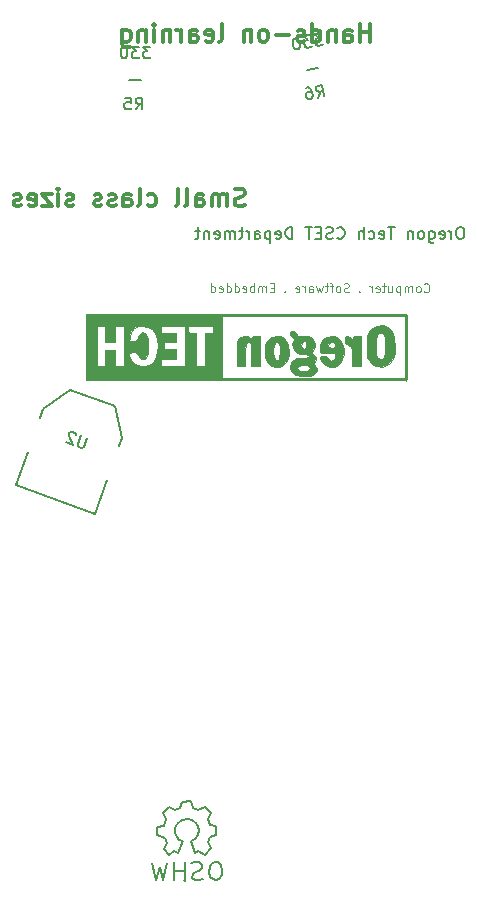
<source format=gbo>
G04 #@! TF.FileFunction,Legend,Bot*
%FSLAX46Y46*%
G04 Gerber Fmt 4.6, Leading zero omitted, Abs format (unit mm)*
G04 Created by KiCad (PCBNEW 0.201507042246+5884~23~ubuntu14.04.1-product) date Thu 09 Jul 2015 02:20:39 PM PDT*
%MOMM*%
G01*
G04 APERTURE LIST*
%ADD10C,0.150000*%
%ADD11C,0.125000*%
%ADD12C,0.187500*%
%ADD13C,0.375000*%
%ADD14C,0.254000*%
%ADD15C,0.002540*%
G04 APERTURE END LIST*
D10*
D11*
X230189969Y-95873457D02*
X230225683Y-95909171D01*
X230332826Y-95944886D01*
X230404255Y-95944886D01*
X230511398Y-95909171D01*
X230582826Y-95837743D01*
X230618541Y-95766314D01*
X230654255Y-95623457D01*
X230654255Y-95516314D01*
X230618541Y-95373457D01*
X230582826Y-95302029D01*
X230511398Y-95230600D01*
X230404255Y-95194886D01*
X230332826Y-95194886D01*
X230225683Y-95230600D01*
X230189969Y-95266314D01*
X229761398Y-95944886D02*
X229832826Y-95909171D01*
X229868541Y-95873457D01*
X229904255Y-95802029D01*
X229904255Y-95587743D01*
X229868541Y-95516314D01*
X229832826Y-95480600D01*
X229761398Y-95444886D01*
X229654255Y-95444886D01*
X229582826Y-95480600D01*
X229547112Y-95516314D01*
X229511398Y-95587743D01*
X229511398Y-95802029D01*
X229547112Y-95873457D01*
X229582826Y-95909171D01*
X229654255Y-95944886D01*
X229761398Y-95944886D01*
X229189970Y-95944886D02*
X229189970Y-95444886D01*
X229189970Y-95516314D02*
X229154255Y-95480600D01*
X229082827Y-95444886D01*
X228975684Y-95444886D01*
X228904255Y-95480600D01*
X228868541Y-95552029D01*
X228868541Y-95944886D01*
X228868541Y-95552029D02*
X228832827Y-95480600D01*
X228761398Y-95444886D01*
X228654255Y-95444886D01*
X228582827Y-95480600D01*
X228547112Y-95552029D01*
X228547112Y-95944886D01*
X228189970Y-95444886D02*
X228189970Y-96194886D01*
X228189970Y-95480600D02*
X228118541Y-95444886D01*
X227975684Y-95444886D01*
X227904255Y-95480600D01*
X227868541Y-95516314D01*
X227832827Y-95587743D01*
X227832827Y-95802029D01*
X227868541Y-95873457D01*
X227904255Y-95909171D01*
X227975684Y-95944886D01*
X228118541Y-95944886D01*
X228189970Y-95909171D01*
X227189970Y-95444886D02*
X227189970Y-95944886D01*
X227511399Y-95444886D02*
X227511399Y-95837743D01*
X227475684Y-95909171D01*
X227404256Y-95944886D01*
X227297113Y-95944886D01*
X227225684Y-95909171D01*
X227189970Y-95873457D01*
X226939970Y-95444886D02*
X226654256Y-95444886D01*
X226832828Y-95194886D02*
X226832828Y-95837743D01*
X226797113Y-95909171D01*
X226725685Y-95944886D01*
X226654256Y-95944886D01*
X226118542Y-95909171D02*
X226189971Y-95944886D01*
X226332828Y-95944886D01*
X226404257Y-95909171D01*
X226439971Y-95837743D01*
X226439971Y-95552029D01*
X226404257Y-95480600D01*
X226332828Y-95444886D01*
X226189971Y-95444886D01*
X226118542Y-95480600D01*
X226082828Y-95552029D01*
X226082828Y-95623457D01*
X226439971Y-95694886D01*
X225761400Y-95944886D02*
X225761400Y-95444886D01*
X225761400Y-95587743D02*
X225725685Y-95516314D01*
X225689971Y-95480600D01*
X225618542Y-95444886D01*
X225547114Y-95444886D01*
X224725685Y-95873457D02*
X224689970Y-95909171D01*
X224725685Y-95944886D01*
X224761399Y-95909171D01*
X224725685Y-95873457D01*
X224725685Y-95944886D01*
X223832827Y-95909171D02*
X223725684Y-95944886D01*
X223547113Y-95944886D01*
X223475684Y-95909171D01*
X223439970Y-95873457D01*
X223404255Y-95802029D01*
X223404255Y-95730600D01*
X223439970Y-95659171D01*
X223475684Y-95623457D01*
X223547113Y-95587743D01*
X223689970Y-95552029D01*
X223761398Y-95516314D01*
X223797113Y-95480600D01*
X223832827Y-95409171D01*
X223832827Y-95337743D01*
X223797113Y-95266314D01*
X223761398Y-95230600D01*
X223689970Y-95194886D01*
X223511398Y-95194886D01*
X223404255Y-95230600D01*
X222975684Y-95944886D02*
X223047112Y-95909171D01*
X223082827Y-95873457D01*
X223118541Y-95802029D01*
X223118541Y-95587743D01*
X223082827Y-95516314D01*
X223047112Y-95480600D01*
X222975684Y-95444886D01*
X222868541Y-95444886D01*
X222797112Y-95480600D01*
X222761398Y-95516314D01*
X222725684Y-95587743D01*
X222725684Y-95802029D01*
X222761398Y-95873457D01*
X222797112Y-95909171D01*
X222868541Y-95944886D01*
X222975684Y-95944886D01*
X222511398Y-95444886D02*
X222225684Y-95444886D01*
X222404256Y-95944886D02*
X222404256Y-95302029D01*
X222368541Y-95230600D01*
X222297113Y-95194886D01*
X222225684Y-95194886D01*
X222082827Y-95444886D02*
X221797113Y-95444886D01*
X221975685Y-95194886D02*
X221975685Y-95837743D01*
X221939970Y-95909171D01*
X221868542Y-95944886D01*
X221797113Y-95944886D01*
X221618542Y-95444886D02*
X221475685Y-95944886D01*
X221332828Y-95587743D01*
X221189971Y-95944886D01*
X221047114Y-95444886D01*
X220439971Y-95944886D02*
X220439971Y-95552029D01*
X220475685Y-95480600D01*
X220547114Y-95444886D01*
X220689971Y-95444886D01*
X220761400Y-95480600D01*
X220439971Y-95909171D02*
X220511400Y-95944886D01*
X220689971Y-95944886D01*
X220761400Y-95909171D01*
X220797114Y-95837743D01*
X220797114Y-95766314D01*
X220761400Y-95694886D01*
X220689971Y-95659171D01*
X220511400Y-95659171D01*
X220439971Y-95623457D01*
X220082829Y-95944886D02*
X220082829Y-95444886D01*
X220082829Y-95587743D02*
X220047114Y-95516314D01*
X220011400Y-95480600D01*
X219939971Y-95444886D01*
X219868543Y-95444886D01*
X219332828Y-95909171D02*
X219404257Y-95944886D01*
X219547114Y-95944886D01*
X219618543Y-95909171D01*
X219654257Y-95837743D01*
X219654257Y-95552029D01*
X219618543Y-95480600D01*
X219547114Y-95444886D01*
X219404257Y-95444886D01*
X219332828Y-95480600D01*
X219297114Y-95552029D01*
X219297114Y-95623457D01*
X219654257Y-95694886D01*
X218404257Y-95873457D02*
X218368542Y-95909171D01*
X218404257Y-95944886D01*
X218439971Y-95909171D01*
X218404257Y-95873457D01*
X218404257Y-95944886D01*
X217475685Y-95552029D02*
X217225685Y-95552029D01*
X217118542Y-95944886D02*
X217475685Y-95944886D01*
X217475685Y-95194886D01*
X217118542Y-95194886D01*
X216797114Y-95944886D02*
X216797114Y-95444886D01*
X216797114Y-95516314D02*
X216761399Y-95480600D01*
X216689971Y-95444886D01*
X216582828Y-95444886D01*
X216511399Y-95480600D01*
X216475685Y-95552029D01*
X216475685Y-95944886D01*
X216475685Y-95552029D02*
X216439971Y-95480600D01*
X216368542Y-95444886D01*
X216261399Y-95444886D01*
X216189971Y-95480600D01*
X216154256Y-95552029D01*
X216154256Y-95944886D01*
X215797114Y-95944886D02*
X215797114Y-95194886D01*
X215797114Y-95480600D02*
X215725685Y-95444886D01*
X215582828Y-95444886D01*
X215511399Y-95480600D01*
X215475685Y-95516314D01*
X215439971Y-95587743D01*
X215439971Y-95802029D01*
X215475685Y-95873457D01*
X215511399Y-95909171D01*
X215582828Y-95944886D01*
X215725685Y-95944886D01*
X215797114Y-95909171D01*
X214832828Y-95909171D02*
X214904257Y-95944886D01*
X215047114Y-95944886D01*
X215118543Y-95909171D01*
X215154257Y-95837743D01*
X215154257Y-95552029D01*
X215118543Y-95480600D01*
X215047114Y-95444886D01*
X214904257Y-95444886D01*
X214832828Y-95480600D01*
X214797114Y-95552029D01*
X214797114Y-95623457D01*
X215154257Y-95694886D01*
X214154257Y-95944886D02*
X214154257Y-95194886D01*
X214154257Y-95909171D02*
X214225686Y-95944886D01*
X214368543Y-95944886D01*
X214439971Y-95909171D01*
X214475686Y-95873457D01*
X214511400Y-95802029D01*
X214511400Y-95587743D01*
X214475686Y-95516314D01*
X214439971Y-95480600D01*
X214368543Y-95444886D01*
X214225686Y-95444886D01*
X214154257Y-95480600D01*
X213475686Y-95944886D02*
X213475686Y-95194886D01*
X213475686Y-95909171D02*
X213547115Y-95944886D01*
X213689972Y-95944886D01*
X213761400Y-95909171D01*
X213797115Y-95873457D01*
X213832829Y-95802029D01*
X213832829Y-95587743D01*
X213797115Y-95516314D01*
X213761400Y-95480600D01*
X213689972Y-95444886D01*
X213547115Y-95444886D01*
X213475686Y-95480600D01*
X212832829Y-95909171D02*
X212904258Y-95944886D01*
X213047115Y-95944886D01*
X213118544Y-95909171D01*
X213154258Y-95837743D01*
X213154258Y-95552029D01*
X213118544Y-95480600D01*
X213047115Y-95444886D01*
X212904258Y-95444886D01*
X212832829Y-95480600D01*
X212797115Y-95552029D01*
X212797115Y-95623457D01*
X213154258Y-95694886D01*
X212154258Y-95944886D02*
X212154258Y-95194886D01*
X212154258Y-95909171D02*
X212225687Y-95944886D01*
X212368544Y-95944886D01*
X212439972Y-95909171D01*
X212475687Y-95873457D01*
X212511401Y-95802029D01*
X212511401Y-95587743D01*
X212475687Y-95516314D01*
X212439972Y-95480600D01*
X212368544Y-95444886D01*
X212225687Y-95444886D01*
X212154258Y-95480600D01*
D12*
X233370593Y-90435181D02*
X233180116Y-90435181D01*
X233084878Y-90482800D01*
X232989640Y-90578038D01*
X232942021Y-90768514D01*
X232942021Y-91101848D01*
X232989640Y-91292324D01*
X233084878Y-91387562D01*
X233180116Y-91435181D01*
X233370593Y-91435181D01*
X233465831Y-91387562D01*
X233561069Y-91292324D01*
X233608688Y-91101848D01*
X233608688Y-90768514D01*
X233561069Y-90578038D01*
X233465831Y-90482800D01*
X233370593Y-90435181D01*
X232513450Y-91435181D02*
X232513450Y-90768514D01*
X232513450Y-90958990D02*
X232465831Y-90863752D01*
X232418212Y-90816133D01*
X232322974Y-90768514D01*
X232227735Y-90768514D01*
X231513449Y-91387562D02*
X231608687Y-91435181D01*
X231799164Y-91435181D01*
X231894402Y-91387562D01*
X231942021Y-91292324D01*
X231942021Y-90911371D01*
X231894402Y-90816133D01*
X231799164Y-90768514D01*
X231608687Y-90768514D01*
X231513449Y-90816133D01*
X231465830Y-90911371D01*
X231465830Y-91006610D01*
X231942021Y-91101848D01*
X230608687Y-90768514D02*
X230608687Y-91578038D01*
X230656306Y-91673276D01*
X230703925Y-91720895D01*
X230799164Y-91768514D01*
X230942021Y-91768514D01*
X231037259Y-91720895D01*
X230608687Y-91387562D02*
X230703925Y-91435181D01*
X230894402Y-91435181D01*
X230989640Y-91387562D01*
X231037259Y-91339943D01*
X231084878Y-91244705D01*
X231084878Y-90958990D01*
X231037259Y-90863752D01*
X230989640Y-90816133D01*
X230894402Y-90768514D01*
X230703925Y-90768514D01*
X230608687Y-90816133D01*
X229989640Y-91435181D02*
X230084878Y-91387562D01*
X230132497Y-91339943D01*
X230180116Y-91244705D01*
X230180116Y-90958990D01*
X230132497Y-90863752D01*
X230084878Y-90816133D01*
X229989640Y-90768514D01*
X229846782Y-90768514D01*
X229751544Y-90816133D01*
X229703925Y-90863752D01*
X229656306Y-90958990D01*
X229656306Y-91244705D01*
X229703925Y-91339943D01*
X229751544Y-91387562D01*
X229846782Y-91435181D01*
X229989640Y-91435181D01*
X229227735Y-90768514D02*
X229227735Y-91435181D01*
X229227735Y-90863752D02*
X229180116Y-90816133D01*
X229084878Y-90768514D01*
X228942020Y-90768514D01*
X228846782Y-90816133D01*
X228799163Y-90911371D01*
X228799163Y-91435181D01*
X227703925Y-90435181D02*
X227132496Y-90435181D01*
X227418211Y-91435181D02*
X227418211Y-90435181D01*
X226418210Y-91387562D02*
X226513448Y-91435181D01*
X226703925Y-91435181D01*
X226799163Y-91387562D01*
X226846782Y-91292324D01*
X226846782Y-90911371D01*
X226799163Y-90816133D01*
X226703925Y-90768514D01*
X226513448Y-90768514D01*
X226418210Y-90816133D01*
X226370591Y-90911371D01*
X226370591Y-91006610D01*
X226846782Y-91101848D01*
X225513448Y-91387562D02*
X225608686Y-91435181D01*
X225799163Y-91435181D01*
X225894401Y-91387562D01*
X225942020Y-91339943D01*
X225989639Y-91244705D01*
X225989639Y-90958990D01*
X225942020Y-90863752D01*
X225894401Y-90816133D01*
X225799163Y-90768514D01*
X225608686Y-90768514D01*
X225513448Y-90816133D01*
X225084877Y-91435181D02*
X225084877Y-90435181D01*
X224656305Y-91435181D02*
X224656305Y-90911371D01*
X224703924Y-90816133D01*
X224799162Y-90768514D01*
X224942020Y-90768514D01*
X225037258Y-90816133D01*
X225084877Y-90863752D01*
X222846781Y-91339943D02*
X222894400Y-91387562D01*
X223037257Y-91435181D01*
X223132495Y-91435181D01*
X223275353Y-91387562D01*
X223370591Y-91292324D01*
X223418210Y-91197086D01*
X223465829Y-91006610D01*
X223465829Y-90863752D01*
X223418210Y-90673276D01*
X223370591Y-90578038D01*
X223275353Y-90482800D01*
X223132495Y-90435181D01*
X223037257Y-90435181D01*
X222894400Y-90482800D01*
X222846781Y-90530419D01*
X222465829Y-91387562D02*
X222322972Y-91435181D01*
X222084876Y-91435181D01*
X221989638Y-91387562D01*
X221942019Y-91339943D01*
X221894400Y-91244705D01*
X221894400Y-91149467D01*
X221942019Y-91054229D01*
X221989638Y-91006610D01*
X222084876Y-90958990D01*
X222275353Y-90911371D01*
X222370591Y-90863752D01*
X222418210Y-90816133D01*
X222465829Y-90720895D01*
X222465829Y-90625657D01*
X222418210Y-90530419D01*
X222370591Y-90482800D01*
X222275353Y-90435181D01*
X222037257Y-90435181D01*
X221894400Y-90482800D01*
X221465829Y-90911371D02*
X221132495Y-90911371D01*
X220989638Y-91435181D02*
X221465829Y-91435181D01*
X221465829Y-90435181D01*
X220989638Y-90435181D01*
X220703924Y-90435181D02*
X220132495Y-90435181D01*
X220418210Y-91435181D02*
X220418210Y-90435181D01*
X219037257Y-91435181D02*
X219037257Y-90435181D01*
X218799162Y-90435181D01*
X218656304Y-90482800D01*
X218561066Y-90578038D01*
X218513447Y-90673276D01*
X218465828Y-90863752D01*
X218465828Y-91006610D01*
X218513447Y-91197086D01*
X218561066Y-91292324D01*
X218656304Y-91387562D01*
X218799162Y-91435181D01*
X219037257Y-91435181D01*
X217656304Y-91387562D02*
X217751542Y-91435181D01*
X217942019Y-91435181D01*
X218037257Y-91387562D01*
X218084876Y-91292324D01*
X218084876Y-90911371D01*
X218037257Y-90816133D01*
X217942019Y-90768514D01*
X217751542Y-90768514D01*
X217656304Y-90816133D01*
X217608685Y-90911371D01*
X217608685Y-91006610D01*
X218084876Y-91101848D01*
X217180114Y-90768514D02*
X217180114Y-91768514D01*
X217180114Y-90816133D02*
X217084876Y-90768514D01*
X216894399Y-90768514D01*
X216799161Y-90816133D01*
X216751542Y-90863752D01*
X216703923Y-90958990D01*
X216703923Y-91244705D01*
X216751542Y-91339943D01*
X216799161Y-91387562D01*
X216894399Y-91435181D01*
X217084876Y-91435181D01*
X217180114Y-91387562D01*
X215846780Y-91435181D02*
X215846780Y-90911371D01*
X215894399Y-90816133D01*
X215989637Y-90768514D01*
X216180114Y-90768514D01*
X216275352Y-90816133D01*
X215846780Y-91387562D02*
X215942018Y-91435181D01*
X216180114Y-91435181D01*
X216275352Y-91387562D01*
X216322971Y-91292324D01*
X216322971Y-91197086D01*
X216275352Y-91101848D01*
X216180114Y-91054229D01*
X215942018Y-91054229D01*
X215846780Y-91006610D01*
X215370590Y-91435181D02*
X215370590Y-90768514D01*
X215370590Y-90958990D02*
X215322971Y-90863752D01*
X215275352Y-90816133D01*
X215180114Y-90768514D01*
X215084875Y-90768514D01*
X214894399Y-90768514D02*
X214513447Y-90768514D01*
X214751542Y-90435181D02*
X214751542Y-91292324D01*
X214703923Y-91387562D01*
X214608685Y-91435181D01*
X214513447Y-91435181D01*
X214180113Y-91435181D02*
X214180113Y-90768514D01*
X214180113Y-90863752D02*
X214132494Y-90816133D01*
X214037256Y-90768514D01*
X213894398Y-90768514D01*
X213799160Y-90816133D01*
X213751541Y-90911371D01*
X213751541Y-91435181D01*
X213751541Y-90911371D02*
X213703922Y-90816133D01*
X213608684Y-90768514D01*
X213465827Y-90768514D01*
X213370589Y-90816133D01*
X213322970Y-90911371D01*
X213322970Y-91435181D01*
X212465827Y-91387562D02*
X212561065Y-91435181D01*
X212751542Y-91435181D01*
X212846780Y-91387562D01*
X212894399Y-91292324D01*
X212894399Y-90911371D01*
X212846780Y-90816133D01*
X212751542Y-90768514D01*
X212561065Y-90768514D01*
X212465827Y-90816133D01*
X212418208Y-90911371D01*
X212418208Y-91006610D01*
X212894399Y-91101848D01*
X211989637Y-90768514D02*
X211989637Y-91435181D01*
X211989637Y-90863752D02*
X211942018Y-90816133D01*
X211846780Y-90768514D01*
X211703922Y-90768514D01*
X211608684Y-90816133D01*
X211561065Y-90911371D01*
X211561065Y-91435181D01*
X211227732Y-90768514D02*
X210846780Y-90768514D01*
X211084875Y-90435181D02*
X211084875Y-91292324D01*
X211037256Y-91387562D01*
X210942018Y-91435181D01*
X210846780Y-91435181D01*
D13*
X215017714Y-88592743D02*
X214803428Y-88664171D01*
X214446285Y-88664171D01*
X214303428Y-88592743D01*
X214231999Y-88521314D01*
X214160571Y-88378457D01*
X214160571Y-88235600D01*
X214231999Y-88092743D01*
X214303428Y-88021314D01*
X214446285Y-87949886D01*
X214731999Y-87878457D01*
X214874857Y-87807029D01*
X214946285Y-87735600D01*
X215017714Y-87592743D01*
X215017714Y-87449886D01*
X214946285Y-87307029D01*
X214874857Y-87235600D01*
X214731999Y-87164171D01*
X214374857Y-87164171D01*
X214160571Y-87235600D01*
X213517714Y-88664171D02*
X213517714Y-87664171D01*
X213517714Y-87807029D02*
X213446286Y-87735600D01*
X213303428Y-87664171D01*
X213089143Y-87664171D01*
X212946286Y-87735600D01*
X212874857Y-87878457D01*
X212874857Y-88664171D01*
X212874857Y-87878457D02*
X212803428Y-87735600D01*
X212660571Y-87664171D01*
X212446286Y-87664171D01*
X212303428Y-87735600D01*
X212232000Y-87878457D01*
X212232000Y-88664171D01*
X210874857Y-88664171D02*
X210874857Y-87878457D01*
X210946286Y-87735600D01*
X211089143Y-87664171D01*
X211374857Y-87664171D01*
X211517714Y-87735600D01*
X210874857Y-88592743D02*
X211017714Y-88664171D01*
X211374857Y-88664171D01*
X211517714Y-88592743D01*
X211589143Y-88449886D01*
X211589143Y-88307029D01*
X211517714Y-88164171D01*
X211374857Y-88092743D01*
X211017714Y-88092743D01*
X210874857Y-88021314D01*
X209946285Y-88664171D02*
X210089143Y-88592743D01*
X210160571Y-88449886D01*
X210160571Y-87164171D01*
X209160571Y-88664171D02*
X209303429Y-88592743D01*
X209374857Y-88449886D01*
X209374857Y-87164171D01*
X206803429Y-88592743D02*
X206946286Y-88664171D01*
X207232000Y-88664171D01*
X207374858Y-88592743D01*
X207446286Y-88521314D01*
X207517715Y-88378457D01*
X207517715Y-87949886D01*
X207446286Y-87807029D01*
X207374858Y-87735600D01*
X207232000Y-87664171D01*
X206946286Y-87664171D01*
X206803429Y-87735600D01*
X205946286Y-88664171D02*
X206089144Y-88592743D01*
X206160572Y-88449886D01*
X206160572Y-87164171D01*
X204732001Y-88664171D02*
X204732001Y-87878457D01*
X204803430Y-87735600D01*
X204946287Y-87664171D01*
X205232001Y-87664171D01*
X205374858Y-87735600D01*
X204732001Y-88592743D02*
X204874858Y-88664171D01*
X205232001Y-88664171D01*
X205374858Y-88592743D01*
X205446287Y-88449886D01*
X205446287Y-88307029D01*
X205374858Y-88164171D01*
X205232001Y-88092743D01*
X204874858Y-88092743D01*
X204732001Y-88021314D01*
X204089144Y-88592743D02*
X203946287Y-88664171D01*
X203660572Y-88664171D01*
X203517715Y-88592743D01*
X203446287Y-88449886D01*
X203446287Y-88378457D01*
X203517715Y-88235600D01*
X203660572Y-88164171D01*
X203874858Y-88164171D01*
X204017715Y-88092743D01*
X204089144Y-87949886D01*
X204089144Y-87878457D01*
X204017715Y-87735600D01*
X203874858Y-87664171D01*
X203660572Y-87664171D01*
X203517715Y-87735600D01*
X202874858Y-88592743D02*
X202732001Y-88664171D01*
X202446286Y-88664171D01*
X202303429Y-88592743D01*
X202232001Y-88449886D01*
X202232001Y-88378457D01*
X202303429Y-88235600D01*
X202446286Y-88164171D01*
X202660572Y-88164171D01*
X202803429Y-88092743D01*
X202874858Y-87949886D01*
X202874858Y-87878457D01*
X202803429Y-87735600D01*
X202660572Y-87664171D01*
X202446286Y-87664171D01*
X202303429Y-87735600D01*
X200517715Y-88592743D02*
X200374858Y-88664171D01*
X200089143Y-88664171D01*
X199946286Y-88592743D01*
X199874858Y-88449886D01*
X199874858Y-88378457D01*
X199946286Y-88235600D01*
X200089143Y-88164171D01*
X200303429Y-88164171D01*
X200446286Y-88092743D01*
X200517715Y-87949886D01*
X200517715Y-87878457D01*
X200446286Y-87735600D01*
X200303429Y-87664171D01*
X200089143Y-87664171D01*
X199946286Y-87735600D01*
X199232000Y-88664171D02*
X199232000Y-87664171D01*
X199232000Y-87164171D02*
X199303429Y-87235600D01*
X199232000Y-87307029D01*
X199160572Y-87235600D01*
X199232000Y-87164171D01*
X199232000Y-87307029D01*
X198660571Y-87664171D02*
X197874857Y-87664171D01*
X198660571Y-88664171D01*
X197874857Y-88664171D01*
X196732000Y-88592743D02*
X196874857Y-88664171D01*
X197160571Y-88664171D01*
X197303428Y-88592743D01*
X197374857Y-88449886D01*
X197374857Y-87878457D01*
X197303428Y-87735600D01*
X197160571Y-87664171D01*
X196874857Y-87664171D01*
X196732000Y-87735600D01*
X196660571Y-87878457D01*
X196660571Y-88021314D01*
X197374857Y-88164171D01*
X196089143Y-88592743D02*
X195946286Y-88664171D01*
X195660571Y-88664171D01*
X195517714Y-88592743D01*
X195446286Y-88449886D01*
X195446286Y-88378457D01*
X195517714Y-88235600D01*
X195660571Y-88164171D01*
X195874857Y-88164171D01*
X196017714Y-88092743D01*
X196089143Y-87949886D01*
X196089143Y-87878457D01*
X196017714Y-87735600D01*
X195874857Y-87664171D01*
X195660571Y-87664171D01*
X195517714Y-87735600D01*
X225638000Y-74719571D02*
X225638000Y-73219571D01*
X225638000Y-73933857D02*
X224780857Y-73933857D01*
X224780857Y-74719571D02*
X224780857Y-73219571D01*
X223423714Y-74719571D02*
X223423714Y-73933857D01*
X223495143Y-73791000D01*
X223638000Y-73719571D01*
X223923714Y-73719571D01*
X224066571Y-73791000D01*
X223423714Y-74648143D02*
X223566571Y-74719571D01*
X223923714Y-74719571D01*
X224066571Y-74648143D01*
X224138000Y-74505286D01*
X224138000Y-74362429D01*
X224066571Y-74219571D01*
X223923714Y-74148143D01*
X223566571Y-74148143D01*
X223423714Y-74076714D01*
X222709428Y-73719571D02*
X222709428Y-74719571D01*
X222709428Y-73862429D02*
X222638000Y-73791000D01*
X222495142Y-73719571D01*
X222280857Y-73719571D01*
X222138000Y-73791000D01*
X222066571Y-73933857D01*
X222066571Y-74719571D01*
X220709428Y-74719571D02*
X220709428Y-73219571D01*
X220709428Y-74648143D02*
X220852285Y-74719571D01*
X221137999Y-74719571D01*
X221280857Y-74648143D01*
X221352285Y-74576714D01*
X221423714Y-74433857D01*
X221423714Y-74005286D01*
X221352285Y-73862429D01*
X221280857Y-73791000D01*
X221137999Y-73719571D01*
X220852285Y-73719571D01*
X220709428Y-73791000D01*
X220066571Y-74648143D02*
X219923714Y-74719571D01*
X219637999Y-74719571D01*
X219495142Y-74648143D01*
X219423714Y-74505286D01*
X219423714Y-74433857D01*
X219495142Y-74291000D01*
X219637999Y-74219571D01*
X219852285Y-74219571D01*
X219995142Y-74148143D01*
X220066571Y-74005286D01*
X220066571Y-73933857D01*
X219995142Y-73791000D01*
X219852285Y-73719571D01*
X219637999Y-73719571D01*
X219495142Y-73791000D01*
X218780856Y-74148143D02*
X217637999Y-74148143D01*
X216709427Y-74719571D02*
X216852285Y-74648143D01*
X216923713Y-74576714D01*
X216995142Y-74433857D01*
X216995142Y-74005286D01*
X216923713Y-73862429D01*
X216852285Y-73791000D01*
X216709427Y-73719571D01*
X216495142Y-73719571D01*
X216352285Y-73791000D01*
X216280856Y-73862429D01*
X216209427Y-74005286D01*
X216209427Y-74433857D01*
X216280856Y-74576714D01*
X216352285Y-74648143D01*
X216495142Y-74719571D01*
X216709427Y-74719571D01*
X215566570Y-73719571D02*
X215566570Y-74719571D01*
X215566570Y-73862429D02*
X215495142Y-73791000D01*
X215352284Y-73719571D01*
X215137999Y-73719571D01*
X214995142Y-73791000D01*
X214923713Y-73933857D01*
X214923713Y-74719571D01*
X212852284Y-74719571D02*
X212995142Y-74648143D01*
X213066570Y-74505286D01*
X213066570Y-73219571D01*
X211709428Y-74648143D02*
X211852285Y-74719571D01*
X212137999Y-74719571D01*
X212280856Y-74648143D01*
X212352285Y-74505286D01*
X212352285Y-73933857D01*
X212280856Y-73791000D01*
X212137999Y-73719571D01*
X211852285Y-73719571D01*
X211709428Y-73791000D01*
X211637999Y-73933857D01*
X211637999Y-74076714D01*
X212352285Y-74219571D01*
X210352285Y-74719571D02*
X210352285Y-73933857D01*
X210423714Y-73791000D01*
X210566571Y-73719571D01*
X210852285Y-73719571D01*
X210995142Y-73791000D01*
X210352285Y-74648143D02*
X210495142Y-74719571D01*
X210852285Y-74719571D01*
X210995142Y-74648143D01*
X211066571Y-74505286D01*
X211066571Y-74362429D01*
X210995142Y-74219571D01*
X210852285Y-74148143D01*
X210495142Y-74148143D01*
X210352285Y-74076714D01*
X209637999Y-74719571D02*
X209637999Y-73719571D01*
X209637999Y-74005286D02*
X209566571Y-73862429D01*
X209495142Y-73791000D01*
X209352285Y-73719571D01*
X209209428Y-73719571D01*
X208709428Y-73719571D02*
X208709428Y-74719571D01*
X208709428Y-73862429D02*
X208638000Y-73791000D01*
X208495142Y-73719571D01*
X208280857Y-73719571D01*
X208138000Y-73791000D01*
X208066571Y-73933857D01*
X208066571Y-74719571D01*
X207352285Y-74719571D02*
X207352285Y-73719571D01*
X207352285Y-73219571D02*
X207423714Y-73291000D01*
X207352285Y-73362429D01*
X207280857Y-73291000D01*
X207352285Y-73219571D01*
X207352285Y-73362429D01*
X206637999Y-73719571D02*
X206637999Y-74719571D01*
X206637999Y-73862429D02*
X206566571Y-73791000D01*
X206423713Y-73719571D01*
X206209428Y-73719571D01*
X206066571Y-73791000D01*
X205995142Y-73933857D01*
X205995142Y-74719571D01*
X204637999Y-73719571D02*
X204637999Y-74933857D01*
X204709428Y-75076714D01*
X204780856Y-75148143D01*
X204923713Y-75219571D01*
X205137999Y-75219571D01*
X205280856Y-75148143D01*
X204637999Y-74648143D02*
X204780856Y-74719571D01*
X205066570Y-74719571D01*
X205209428Y-74648143D01*
X205280856Y-74576714D01*
X205352285Y-74433857D01*
X205352285Y-74005286D01*
X205280856Y-73862429D01*
X205209428Y-73791000D01*
X205066570Y-73719571D01*
X204780856Y-73719571D01*
X204637999Y-73791000D01*
D10*
X203353308Y-111868315D02*
X202310831Y-114732498D01*
X202310831Y-114732498D02*
X195627737Y-112300051D01*
X195627737Y-112300051D02*
X196670214Y-109435868D01*
X204395786Y-109004132D02*
X204656405Y-108288086D01*
X204656405Y-108288086D02*
X204006172Y-105618710D01*
X204006172Y-105618710D02*
X200187261Y-104228740D01*
X200187261Y-104228740D02*
X197973311Y-105855639D01*
X197973311Y-105855639D02*
X197712692Y-106571685D01*
X220247445Y-77106202D02*
X221233001Y-76932421D01*
X205259940Y-77978000D02*
X206260700Y-77978000D01*
X208452720Y-144231360D02*
X208092040Y-145702020D01*
X208092040Y-145702020D02*
X207812640Y-144640300D01*
X207812640Y-144640300D02*
X207502760Y-145712180D01*
X207502760Y-145712180D02*
X207162400Y-144261840D01*
X209872580Y-144922240D02*
X209082640Y-144912080D01*
X209082640Y-144912080D02*
X209072480Y-144922240D01*
X209072480Y-144922240D02*
X209072480Y-144912080D01*
X209031840Y-144200880D02*
X209031840Y-145742660D01*
X209920840Y-144190720D02*
X209920840Y-145760440D01*
X209920840Y-145760440D02*
X209910680Y-145750280D01*
X210472020Y-144292320D02*
X210822540Y-144211040D01*
X210822540Y-144211040D02*
X211142580Y-144200880D01*
X211142580Y-144200880D02*
X211381340Y-144401540D01*
X211381340Y-144401540D02*
X211411820Y-144670780D01*
X211411820Y-144670780D02*
X211170520Y-144912080D01*
X211170520Y-144912080D02*
X210781900Y-145041620D01*
X210781900Y-145041620D02*
X210601560Y-145201640D01*
X210601560Y-145201640D02*
X210560920Y-145501360D01*
X210560920Y-145501360D02*
X210792060Y-145722340D01*
X210792060Y-145722340D02*
X211112100Y-145750280D01*
X211112100Y-145750280D02*
X211462620Y-145641060D01*
X212501480Y-144190720D02*
X212750400Y-144211040D01*
X212750400Y-144211040D02*
X212991700Y-144452340D01*
X212991700Y-144452340D02*
X213080600Y-144942560D01*
X213080600Y-144942560D02*
X213052660Y-145290540D01*
X213052660Y-145290540D02*
X212852000Y-145610580D01*
X212852000Y-145610580D02*
X212600540Y-145732500D01*
X212600540Y-145732500D02*
X212290660Y-145661380D01*
X212290660Y-145661380D02*
X212072220Y-145481040D01*
X212072220Y-145481040D02*
X212001100Y-145021300D01*
X212001100Y-145021300D02*
X212051900Y-144612360D01*
X212051900Y-144612360D02*
X212161120Y-144330420D01*
X212161120Y-144330420D02*
X212521800Y-144200880D01*
X211902040Y-142471140D02*
X212161120Y-143032480D01*
X212161120Y-143032480D02*
X211622640Y-143550640D01*
X211622640Y-143550640D02*
X211101940Y-143281400D01*
X211101940Y-143281400D02*
X210822540Y-143441420D01*
X209382360Y-143421100D02*
X209052160Y-143230600D01*
X209052160Y-143230600D02*
X208612740Y-143560800D01*
X208612740Y-143560800D02*
X208140300Y-143070580D01*
X208140300Y-143070580D02*
X208422240Y-142590520D01*
X208422240Y-142590520D02*
X208231740Y-142120620D01*
X208231740Y-142120620D02*
X207622140Y-141932660D01*
X207622140Y-141932660D02*
X207622140Y-141251940D01*
X207622140Y-141251940D02*
X208180940Y-141112240D01*
X208180940Y-141112240D02*
X208381600Y-140540740D01*
X208381600Y-140540740D02*
X208112360Y-140070840D01*
X208112360Y-140070840D02*
X208582260Y-139560300D01*
X208582260Y-139560300D02*
X209100420Y-139821920D01*
X209100420Y-139821920D02*
X209570320Y-139621260D01*
X209570320Y-139621260D02*
X209740500Y-139080240D01*
X209740500Y-139080240D02*
X210431380Y-139062460D01*
X210431380Y-139062460D02*
X210642200Y-139611100D01*
X210642200Y-139611100D02*
X211061300Y-139781280D01*
X211061300Y-139781280D02*
X211612480Y-139512040D01*
X211612480Y-139512040D02*
X212130640Y-140040360D01*
X212130640Y-140040360D02*
X211881720Y-140581380D01*
X211881720Y-140581380D02*
X212051900Y-141061440D01*
X212051900Y-141061440D02*
X212600540Y-141160500D01*
X212600540Y-141160500D02*
X212610700Y-141861540D01*
X212610700Y-141861540D02*
X212051900Y-142062200D01*
X212051900Y-142062200D02*
X211912200Y-142460980D01*
X209770980Y-142440660D02*
X209471260Y-142290800D01*
X209471260Y-142290800D02*
X209270600Y-142092680D01*
X209270600Y-142092680D02*
X209120740Y-141691360D01*
X209120740Y-141691360D02*
X209120740Y-141292580D01*
X209120740Y-141292580D02*
X209270600Y-140942060D01*
X209270600Y-140942060D02*
X209722720Y-140591540D01*
X209722720Y-140591540D02*
X210172300Y-140540740D01*
X210172300Y-140540740D02*
X210571080Y-140642340D01*
X210571080Y-140642340D02*
X210972400Y-140990320D01*
X210972400Y-140990320D02*
X211122260Y-141442440D01*
X211122260Y-141442440D02*
X211071460Y-141940280D01*
X211071460Y-141940280D02*
X210822540Y-142242540D01*
X210822540Y-142242540D02*
X210472020Y-142440660D01*
X210472020Y-142440660D02*
X210822540Y-143441420D01*
X209770980Y-142440660D02*
X209372200Y-143441420D01*
D14*
X212848000Y-97904000D02*
X228658000Y-97904000D01*
X228648000Y-103254000D02*
X228668000Y-97884000D01*
X228668000Y-97884000D02*
X228658000Y-97924000D01*
X213098000Y-103254000D02*
X228618000Y-103254000D01*
D15*
G36*
X201592180Y-103378000D02*
X202521820Y-103378000D01*
X202521820Y-102191820D01*
X202521820Y-100497640D01*
X202521820Y-98806000D01*
X202862180Y-98806000D01*
X203200000Y-98806000D01*
X203200000Y-99481640D01*
X203200000Y-100159820D01*
X203624180Y-100159820D01*
X204045820Y-100159820D01*
X204045820Y-99481640D01*
X204045820Y-98806000D01*
X204426820Y-98806000D01*
X204807820Y-98806000D01*
X204807820Y-100497640D01*
X204807820Y-102191820D01*
X204426820Y-102191820D01*
X204045820Y-102191820D01*
X204045820Y-101513640D01*
X204045820Y-100838000D01*
X203624180Y-100838000D01*
X203200000Y-100838000D01*
X203200000Y-101513640D01*
X203200000Y-102191820D01*
X202862180Y-102191820D01*
X202521820Y-102191820D01*
X202521820Y-103378000D01*
X205214220Y-103378000D01*
X205214220Y-100076000D01*
X205272640Y-99758500D01*
X205419960Y-99319080D01*
X205676500Y-99001580D01*
X206029560Y-98821240D01*
X206359760Y-98778060D01*
X206814420Y-98846640D01*
X207172560Y-99052380D01*
X207429100Y-99395280D01*
X207584040Y-99872800D01*
X207639920Y-100484940D01*
X207639920Y-100497640D01*
X207599280Y-100998020D01*
X207487520Y-101439980D01*
X207314800Y-101793040D01*
X207096360Y-102019100D01*
X207065880Y-102039420D01*
X206664560Y-102179120D01*
X206250540Y-102201980D01*
X205869540Y-102110540D01*
X205638400Y-101965760D01*
X205473300Y-101762560D01*
X205328520Y-101490780D01*
X205242160Y-101231700D01*
X205232000Y-101145340D01*
X205310740Y-101048820D01*
X205526640Y-100990400D01*
X205529180Y-100990400D01*
X205732380Y-100982780D01*
X205854300Y-101051360D01*
X205966060Y-101236780D01*
X205973680Y-101254560D01*
X206133700Y-101485700D01*
X206329280Y-101579680D01*
X206347060Y-101582220D01*
X206552800Y-101561900D01*
X206697580Y-101434900D01*
X206789020Y-101185980D01*
X206834740Y-100799900D01*
X206839820Y-100474780D01*
X206837280Y-100109020D01*
X206819500Y-99870260D01*
X206776320Y-99710240D01*
X206697580Y-99590860D01*
X206626460Y-99512120D01*
X206468980Y-99374960D01*
X206357220Y-99352100D01*
X206222600Y-99418140D01*
X206065120Y-99585780D01*
X205955900Y-99806760D01*
X205882240Y-99982020D01*
X205767940Y-100058220D01*
X205549500Y-100073460D01*
X205544420Y-100076000D01*
X205214220Y-100076000D01*
X205214220Y-103378000D01*
X207347820Y-103378000D01*
X207942180Y-103378000D01*
X207942180Y-102191820D01*
X207942180Y-101894640D01*
X207942180Y-101600000D01*
X208577180Y-101600000D01*
X209212180Y-101600000D01*
X209212180Y-101175820D01*
X209212180Y-100751640D01*
X208704180Y-100751640D01*
X208196180Y-100751640D01*
X208196180Y-100457000D01*
X208196180Y-100159820D01*
X208704180Y-100159820D01*
X209212180Y-100159820D01*
X209212180Y-99778820D01*
X209212180Y-99397820D01*
X208577180Y-99397820D01*
X207942180Y-99397820D01*
X207942180Y-99100640D01*
X207942180Y-98806000D01*
X208958180Y-98806000D01*
X209974180Y-98806000D01*
X209974180Y-100497640D01*
X209974180Y-102191820D01*
X208958180Y-102191820D01*
X207942180Y-102191820D01*
X207942180Y-103378000D01*
X210228180Y-103378000D01*
X210228180Y-99189540D01*
X210228180Y-99100640D01*
X210228180Y-98806000D01*
X211284820Y-98806000D01*
X212344000Y-98806000D01*
X212344000Y-99100640D01*
X212333840Y-99291140D01*
X212270340Y-99374960D01*
X212105240Y-99397820D01*
X212006180Y-99397820D01*
X211665820Y-99397820D01*
X211665820Y-100794820D01*
X211665820Y-102191820D01*
X211284820Y-102191820D01*
X210903820Y-102191820D01*
X210903820Y-100794820D01*
X210903820Y-99397820D01*
X210566000Y-99397820D01*
X210350100Y-99387660D01*
X210253580Y-99331780D01*
X210228180Y-99189540D01*
X210228180Y-103378000D01*
X213106000Y-103378000D01*
X213106000Y-100624640D01*
X213106000Y-97873820D01*
X220853000Y-97873820D01*
X228597460Y-97873820D01*
X228622860Y-100647500D01*
X228645720Y-103418640D01*
X228666040Y-100604320D01*
X228683820Y-97790000D01*
X215138000Y-97790000D01*
X201592180Y-97790000D01*
X201592180Y-100584000D01*
X201592180Y-103378000D01*
X201592180Y-103378000D01*
X201592180Y-103378000D01*
G37*
X201592180Y-103378000D02*
X202521820Y-103378000D01*
X202521820Y-102191820D01*
X202521820Y-100497640D01*
X202521820Y-98806000D01*
X202862180Y-98806000D01*
X203200000Y-98806000D01*
X203200000Y-99481640D01*
X203200000Y-100159820D01*
X203624180Y-100159820D01*
X204045820Y-100159820D01*
X204045820Y-99481640D01*
X204045820Y-98806000D01*
X204426820Y-98806000D01*
X204807820Y-98806000D01*
X204807820Y-100497640D01*
X204807820Y-102191820D01*
X204426820Y-102191820D01*
X204045820Y-102191820D01*
X204045820Y-101513640D01*
X204045820Y-100838000D01*
X203624180Y-100838000D01*
X203200000Y-100838000D01*
X203200000Y-101513640D01*
X203200000Y-102191820D01*
X202862180Y-102191820D01*
X202521820Y-102191820D01*
X202521820Y-103378000D01*
X205214220Y-103378000D01*
X205214220Y-100076000D01*
X205272640Y-99758500D01*
X205419960Y-99319080D01*
X205676500Y-99001580D01*
X206029560Y-98821240D01*
X206359760Y-98778060D01*
X206814420Y-98846640D01*
X207172560Y-99052380D01*
X207429100Y-99395280D01*
X207584040Y-99872800D01*
X207639920Y-100484940D01*
X207639920Y-100497640D01*
X207599280Y-100998020D01*
X207487520Y-101439980D01*
X207314800Y-101793040D01*
X207096360Y-102019100D01*
X207065880Y-102039420D01*
X206664560Y-102179120D01*
X206250540Y-102201980D01*
X205869540Y-102110540D01*
X205638400Y-101965760D01*
X205473300Y-101762560D01*
X205328520Y-101490780D01*
X205242160Y-101231700D01*
X205232000Y-101145340D01*
X205310740Y-101048820D01*
X205526640Y-100990400D01*
X205529180Y-100990400D01*
X205732380Y-100982780D01*
X205854300Y-101051360D01*
X205966060Y-101236780D01*
X205973680Y-101254560D01*
X206133700Y-101485700D01*
X206329280Y-101579680D01*
X206347060Y-101582220D01*
X206552800Y-101561900D01*
X206697580Y-101434900D01*
X206789020Y-101185980D01*
X206834740Y-100799900D01*
X206839820Y-100474780D01*
X206837280Y-100109020D01*
X206819500Y-99870260D01*
X206776320Y-99710240D01*
X206697580Y-99590860D01*
X206626460Y-99512120D01*
X206468980Y-99374960D01*
X206357220Y-99352100D01*
X206222600Y-99418140D01*
X206065120Y-99585780D01*
X205955900Y-99806760D01*
X205882240Y-99982020D01*
X205767940Y-100058220D01*
X205549500Y-100073460D01*
X205544420Y-100076000D01*
X205214220Y-100076000D01*
X205214220Y-103378000D01*
X207347820Y-103378000D01*
X207942180Y-103378000D01*
X207942180Y-102191820D01*
X207942180Y-101894640D01*
X207942180Y-101600000D01*
X208577180Y-101600000D01*
X209212180Y-101600000D01*
X209212180Y-101175820D01*
X209212180Y-100751640D01*
X208704180Y-100751640D01*
X208196180Y-100751640D01*
X208196180Y-100457000D01*
X208196180Y-100159820D01*
X208704180Y-100159820D01*
X209212180Y-100159820D01*
X209212180Y-99778820D01*
X209212180Y-99397820D01*
X208577180Y-99397820D01*
X207942180Y-99397820D01*
X207942180Y-99100640D01*
X207942180Y-98806000D01*
X208958180Y-98806000D01*
X209974180Y-98806000D01*
X209974180Y-100497640D01*
X209974180Y-102191820D01*
X208958180Y-102191820D01*
X207942180Y-102191820D01*
X207942180Y-103378000D01*
X210228180Y-103378000D01*
X210228180Y-99189540D01*
X210228180Y-99100640D01*
X210228180Y-98806000D01*
X211284820Y-98806000D01*
X212344000Y-98806000D01*
X212344000Y-99100640D01*
X212333840Y-99291140D01*
X212270340Y-99374960D01*
X212105240Y-99397820D01*
X212006180Y-99397820D01*
X211665820Y-99397820D01*
X211665820Y-100794820D01*
X211665820Y-102191820D01*
X211284820Y-102191820D01*
X210903820Y-102191820D01*
X210903820Y-100794820D01*
X210903820Y-99397820D01*
X210566000Y-99397820D01*
X210350100Y-99387660D01*
X210253580Y-99331780D01*
X210228180Y-99189540D01*
X210228180Y-103378000D01*
X213106000Y-103378000D01*
X213106000Y-100624640D01*
X213106000Y-97873820D01*
X220853000Y-97873820D01*
X228597460Y-97873820D01*
X228622860Y-100647500D01*
X228645720Y-103418640D01*
X228666040Y-100604320D01*
X228683820Y-97790000D01*
X215138000Y-97790000D01*
X201592180Y-97790000D01*
X201592180Y-100584000D01*
X201592180Y-103378000D01*
X201592180Y-103378000D01*
G36*
X218864180Y-102240080D02*
X218948000Y-102575360D01*
X219054680Y-102740460D01*
X219303600Y-102913180D01*
X219483940Y-102966520D01*
X219483940Y-102331520D01*
X219572840Y-102204520D01*
X219791280Y-102125780D01*
X220007180Y-102108000D01*
X220291660Y-102141020D01*
X220477080Y-102227380D01*
X220535500Y-102346760D01*
X220451680Y-102481380D01*
X220431360Y-102496620D01*
X220218000Y-102585520D01*
X219948760Y-102610920D01*
X219697300Y-102575360D01*
X219539820Y-102489000D01*
X219483940Y-102331520D01*
X219483940Y-102966520D01*
X219671900Y-103022400D01*
X220113860Y-103057960D01*
X220464380Y-103032560D01*
X220807280Y-102933500D01*
X220995240Y-102788720D01*
X221124780Y-102575360D01*
X221122240Y-102389940D01*
X220990160Y-102179120D01*
X220886020Y-102019100D01*
X220893640Y-101897180D01*
X220946980Y-101813360D01*
X221053660Y-101600000D01*
X221015560Y-101406960D01*
X220868240Y-101226620D01*
X220741240Y-101084380D01*
X220726000Y-100982780D01*
X220817440Y-100848160D01*
X220827600Y-100838000D01*
X220939360Y-100614480D01*
X220977460Y-100383340D01*
X220903800Y-100050600D01*
X220698060Y-99816920D01*
X220365320Y-99684840D01*
X219953840Y-99661980D01*
X219692220Y-99664520D01*
X219544900Y-99628960D01*
X219456000Y-99529900D01*
X219428060Y-99476560D01*
X219250260Y-99293680D01*
X219095320Y-99242880D01*
X218930220Y-99245420D01*
X218871800Y-99336860D01*
X218864180Y-99466400D01*
X218902280Y-99669600D01*
X219039440Y-99763580D01*
X219044520Y-99763580D01*
X219174060Y-99837240D01*
X219163900Y-99964240D01*
X219057220Y-100327460D01*
X219069920Y-100606860D01*
X219207080Y-100848160D01*
X219270580Y-100916740D01*
X219461080Y-101079300D01*
X219659200Y-101155500D01*
X219809060Y-101165660D01*
X219809060Y-100472240D01*
X219829380Y-100233480D01*
X219923360Y-100076000D01*
X220070680Y-100037900D01*
X220098620Y-100045520D01*
X220174820Y-100152200D01*
X220215460Y-100347780D01*
X220212920Y-100556060D01*
X220159580Y-100698300D01*
X220019880Y-100746560D01*
X219887800Y-100665280D01*
X219811600Y-100484940D01*
X219809060Y-100472240D01*
X219809060Y-101165660D01*
X219938600Y-101175820D01*
X219953840Y-101175820D01*
X220238320Y-101198680D01*
X220416120Y-101262180D01*
X220459300Y-101351080D01*
X220378020Y-101437440D01*
X220228160Y-101483160D01*
X219981780Y-101508560D01*
X219854780Y-101513640D01*
X219481400Y-101554280D01*
X219168980Y-101663500D01*
X218963240Y-101820980D01*
X218917520Y-101899720D01*
X218864180Y-102240080D01*
X218864180Y-102240080D01*
X218864180Y-102240080D01*
G37*
X218864180Y-102240080D02*
X218948000Y-102575360D01*
X219054680Y-102740460D01*
X219303600Y-102913180D01*
X219483940Y-102966520D01*
X219483940Y-102331520D01*
X219572840Y-102204520D01*
X219791280Y-102125780D01*
X220007180Y-102108000D01*
X220291660Y-102141020D01*
X220477080Y-102227380D01*
X220535500Y-102346760D01*
X220451680Y-102481380D01*
X220431360Y-102496620D01*
X220218000Y-102585520D01*
X219948760Y-102610920D01*
X219697300Y-102575360D01*
X219539820Y-102489000D01*
X219483940Y-102331520D01*
X219483940Y-102966520D01*
X219671900Y-103022400D01*
X220113860Y-103057960D01*
X220464380Y-103032560D01*
X220807280Y-102933500D01*
X220995240Y-102788720D01*
X221124780Y-102575360D01*
X221122240Y-102389940D01*
X220990160Y-102179120D01*
X220886020Y-102019100D01*
X220893640Y-101897180D01*
X220946980Y-101813360D01*
X221053660Y-101600000D01*
X221015560Y-101406960D01*
X220868240Y-101226620D01*
X220741240Y-101084380D01*
X220726000Y-100982780D01*
X220817440Y-100848160D01*
X220827600Y-100838000D01*
X220939360Y-100614480D01*
X220977460Y-100383340D01*
X220903800Y-100050600D01*
X220698060Y-99816920D01*
X220365320Y-99684840D01*
X219953840Y-99661980D01*
X219692220Y-99664520D01*
X219544900Y-99628960D01*
X219456000Y-99529900D01*
X219428060Y-99476560D01*
X219250260Y-99293680D01*
X219095320Y-99242880D01*
X218930220Y-99245420D01*
X218871800Y-99336860D01*
X218864180Y-99466400D01*
X218902280Y-99669600D01*
X219039440Y-99763580D01*
X219044520Y-99763580D01*
X219174060Y-99837240D01*
X219163900Y-99964240D01*
X219057220Y-100327460D01*
X219069920Y-100606860D01*
X219207080Y-100848160D01*
X219270580Y-100916740D01*
X219461080Y-101079300D01*
X219659200Y-101155500D01*
X219809060Y-101165660D01*
X219809060Y-100472240D01*
X219829380Y-100233480D01*
X219923360Y-100076000D01*
X220070680Y-100037900D01*
X220098620Y-100045520D01*
X220174820Y-100152200D01*
X220215460Y-100347780D01*
X220212920Y-100556060D01*
X220159580Y-100698300D01*
X220019880Y-100746560D01*
X219887800Y-100665280D01*
X219811600Y-100484940D01*
X219809060Y-100472240D01*
X219809060Y-101165660D01*
X219938600Y-101175820D01*
X219953840Y-101175820D01*
X220238320Y-101198680D01*
X220416120Y-101262180D01*
X220459300Y-101351080D01*
X220378020Y-101437440D01*
X220228160Y-101483160D01*
X219981780Y-101508560D01*
X219854780Y-101513640D01*
X219481400Y-101554280D01*
X219168980Y-101663500D01*
X218963240Y-101820980D01*
X218917520Y-101899720D01*
X218864180Y-102240080D01*
X218864180Y-102240080D01*
G36*
X225341180Y-100497640D02*
X225346260Y-100916740D01*
X225364040Y-101208840D01*
X225402140Y-101417120D01*
X225468180Y-101579680D01*
X225526600Y-101683820D01*
X225826320Y-102021640D01*
X226113340Y-102166420D01*
X226113340Y-100533200D01*
X226123500Y-100159820D01*
X226153980Y-99834700D01*
X226204780Y-99613720D01*
X226217480Y-99588320D01*
X226380040Y-99430840D01*
X226588320Y-99402900D01*
X226776280Y-99507040D01*
X226832160Y-99585780D01*
X226885500Y-99778820D01*
X226915980Y-100083620D01*
X226928680Y-100449380D01*
X226921060Y-100822760D01*
X226893120Y-101150420D01*
X226844860Y-101379020D01*
X226829620Y-101414580D01*
X226669600Y-101566980D01*
X226463860Y-101592380D01*
X226273360Y-101488240D01*
X226217480Y-101409500D01*
X226161600Y-101211380D01*
X226126040Y-100904040D01*
X226113340Y-100533200D01*
X226113340Y-102166420D01*
X226194620Y-102209600D01*
X226608640Y-102242620D01*
X227040440Y-102120700D01*
X227317300Y-101947980D01*
X227512880Y-101711760D01*
X227634800Y-101386640D01*
X227698300Y-100944680D01*
X227711000Y-100497640D01*
X227680520Y-99895660D01*
X227578920Y-99433380D01*
X227398580Y-99103180D01*
X227131880Y-98882200D01*
X226766120Y-98760280D01*
X226667060Y-98745040D01*
X226253040Y-98770440D01*
X225872040Y-98943160D01*
X225567240Y-99245420D01*
X225531680Y-99301300D01*
X225445320Y-99463860D01*
X225386900Y-99636580D01*
X225356420Y-99865180D01*
X225343720Y-100187760D01*
X225341180Y-100497640D01*
X225341180Y-100497640D01*
X225341180Y-100497640D01*
G37*
X225341180Y-100497640D02*
X225346260Y-100916740D01*
X225364040Y-101208840D01*
X225402140Y-101417120D01*
X225468180Y-101579680D01*
X225526600Y-101683820D01*
X225826320Y-102021640D01*
X226113340Y-102166420D01*
X226113340Y-100533200D01*
X226123500Y-100159820D01*
X226153980Y-99834700D01*
X226204780Y-99613720D01*
X226217480Y-99588320D01*
X226380040Y-99430840D01*
X226588320Y-99402900D01*
X226776280Y-99507040D01*
X226832160Y-99585780D01*
X226885500Y-99778820D01*
X226915980Y-100083620D01*
X226928680Y-100449380D01*
X226921060Y-100822760D01*
X226893120Y-101150420D01*
X226844860Y-101379020D01*
X226829620Y-101414580D01*
X226669600Y-101566980D01*
X226463860Y-101592380D01*
X226273360Y-101488240D01*
X226217480Y-101409500D01*
X226161600Y-101211380D01*
X226126040Y-100904040D01*
X226113340Y-100533200D01*
X226113340Y-102166420D01*
X226194620Y-102209600D01*
X226608640Y-102242620D01*
X227040440Y-102120700D01*
X227317300Y-101947980D01*
X227512880Y-101711760D01*
X227634800Y-101386640D01*
X227698300Y-100944680D01*
X227711000Y-100497640D01*
X227680520Y-99895660D01*
X227578920Y-99433380D01*
X227398580Y-99103180D01*
X227131880Y-98882200D01*
X226766120Y-98760280D01*
X226667060Y-98745040D01*
X226253040Y-98770440D01*
X225872040Y-98943160D01*
X225567240Y-99245420D01*
X225531680Y-99301300D01*
X225445320Y-99463860D01*
X225386900Y-99636580D01*
X225356420Y-99865180D01*
X225343720Y-100187760D01*
X225341180Y-100497640D01*
X225341180Y-100497640D01*
G36*
X221363540Y-100975160D02*
X221373700Y-101025960D01*
X221472760Y-101056440D01*
X221693740Y-101079300D01*
X221996000Y-101089460D01*
X222044260Y-101092000D01*
X222062040Y-101092000D01*
X222062040Y-100517960D01*
X222067120Y-100457000D01*
X222156020Y-100233480D01*
X222303340Y-100121720D01*
X222463360Y-100131880D01*
X222590360Y-100271580D01*
X222618300Y-100350320D01*
X222633540Y-100550980D01*
X222531940Y-100644960D01*
X222305880Y-100650040D01*
X222120460Y-100609400D01*
X222062040Y-100517960D01*
X222062040Y-101092000D01*
X222364300Y-101094540D01*
X222552260Y-101109780D01*
X222643700Y-101150420D01*
X222671640Y-101229160D01*
X222674180Y-101295200D01*
X222620840Y-101500940D01*
X222498920Y-101678740D01*
X222351600Y-101767640D01*
X222333820Y-101767640D01*
X222211900Y-101706680D01*
X222077280Y-101574600D01*
X221998540Y-101442520D01*
X221996000Y-101422200D01*
X221922340Y-101371400D01*
X221739460Y-101346000D01*
X221698820Y-101346000D01*
X221493080Y-101366320D01*
X221409260Y-101445060D01*
X221404180Y-101495860D01*
X221480380Y-101742240D01*
X221678500Y-101978460D01*
X221955360Y-102156260D01*
X221962980Y-102158800D01*
X222270320Y-102255320D01*
X222537020Y-102250240D01*
X222816420Y-102151180D01*
X223095820Y-101942900D01*
X223293940Y-101615240D01*
X223395540Y-101201220D01*
X223393000Y-100736400D01*
X223352360Y-100500180D01*
X223187260Y-100083620D01*
X222928180Y-99804220D01*
X222572580Y-99667060D01*
X222371920Y-99651820D01*
X221980760Y-99722940D01*
X221681040Y-99936300D01*
X221477840Y-100281740D01*
X221409260Y-100538280D01*
X221373700Y-100792280D01*
X221363540Y-100975160D01*
X221363540Y-100975160D01*
X221363540Y-100975160D01*
G37*
X221363540Y-100975160D02*
X221373700Y-101025960D01*
X221472760Y-101056440D01*
X221693740Y-101079300D01*
X221996000Y-101089460D01*
X222044260Y-101092000D01*
X222062040Y-101092000D01*
X222062040Y-100517960D01*
X222067120Y-100457000D01*
X222156020Y-100233480D01*
X222303340Y-100121720D01*
X222463360Y-100131880D01*
X222590360Y-100271580D01*
X222618300Y-100350320D01*
X222633540Y-100550980D01*
X222531940Y-100644960D01*
X222305880Y-100650040D01*
X222120460Y-100609400D01*
X222062040Y-100517960D01*
X222062040Y-101092000D01*
X222364300Y-101094540D01*
X222552260Y-101109780D01*
X222643700Y-101150420D01*
X222671640Y-101229160D01*
X222674180Y-101295200D01*
X222620840Y-101500940D01*
X222498920Y-101678740D01*
X222351600Y-101767640D01*
X222333820Y-101767640D01*
X222211900Y-101706680D01*
X222077280Y-101574600D01*
X221998540Y-101442520D01*
X221996000Y-101422200D01*
X221922340Y-101371400D01*
X221739460Y-101346000D01*
X221698820Y-101346000D01*
X221493080Y-101366320D01*
X221409260Y-101445060D01*
X221404180Y-101495860D01*
X221480380Y-101742240D01*
X221678500Y-101978460D01*
X221955360Y-102156260D01*
X221962980Y-102158800D01*
X222270320Y-102255320D01*
X222537020Y-102250240D01*
X222816420Y-102151180D01*
X223095820Y-101942900D01*
X223293940Y-101615240D01*
X223395540Y-101201220D01*
X223393000Y-100736400D01*
X223352360Y-100500180D01*
X223187260Y-100083620D01*
X222928180Y-99804220D01*
X222572580Y-99667060D01*
X222371920Y-99651820D01*
X221980760Y-99722940D01*
X221681040Y-99936300D01*
X221477840Y-100281740D01*
X221409260Y-100538280D01*
X221373700Y-100792280D01*
X221363540Y-100975160D01*
X221363540Y-100975160D01*
G36*
X216715340Y-100954840D02*
X216768680Y-101467920D01*
X216923620Y-101846380D01*
X217185240Y-102097840D01*
X217299540Y-102156260D01*
X217431620Y-102196900D01*
X217431620Y-101046280D01*
X217441780Y-100713540D01*
X217495120Y-100439220D01*
X217581480Y-100243640D01*
X217695780Y-100152200D01*
X217822780Y-100185220D01*
X217939620Y-100340160D01*
X217990420Y-100528120D01*
X218008200Y-100804980D01*
X217998040Y-101112320D01*
X217959940Y-101399340D01*
X217901520Y-101610160D01*
X217850720Y-101681280D01*
X217672920Y-101721920D01*
X217540840Y-101602540D01*
X217477340Y-101414580D01*
X217431620Y-101046280D01*
X217431620Y-102196900D01*
X217609420Y-102255320D01*
X217871040Y-102250240D01*
X218160600Y-102151180D01*
X218452700Y-101935280D01*
X218643200Y-101587300D01*
X218727020Y-101112320D01*
X218732100Y-100965000D01*
X218688920Y-100436680D01*
X218549220Y-100048060D01*
X218310460Y-99791520D01*
X217970100Y-99667060D01*
X217761820Y-99651820D01*
X217345260Y-99705160D01*
X217040460Y-99875340D01*
X216839800Y-100169980D01*
X216735660Y-100594160D01*
X216715340Y-100954840D01*
X216715340Y-100954840D01*
X216715340Y-100954840D01*
G37*
X216715340Y-100954840D02*
X216768680Y-101467920D01*
X216923620Y-101846380D01*
X217185240Y-102097840D01*
X217299540Y-102156260D01*
X217431620Y-102196900D01*
X217431620Y-101046280D01*
X217441780Y-100713540D01*
X217495120Y-100439220D01*
X217581480Y-100243640D01*
X217695780Y-100152200D01*
X217822780Y-100185220D01*
X217939620Y-100340160D01*
X217990420Y-100528120D01*
X218008200Y-100804980D01*
X217998040Y-101112320D01*
X217959940Y-101399340D01*
X217901520Y-101610160D01*
X217850720Y-101681280D01*
X217672920Y-101721920D01*
X217540840Y-101602540D01*
X217477340Y-101414580D01*
X217431620Y-101046280D01*
X217431620Y-102196900D01*
X217609420Y-102255320D01*
X217871040Y-102250240D01*
X218160600Y-102151180D01*
X218452700Y-101935280D01*
X218643200Y-101587300D01*
X218727020Y-101112320D01*
X218732100Y-100965000D01*
X218688920Y-100436680D01*
X218549220Y-100048060D01*
X218310460Y-99791520D01*
X217970100Y-99667060D01*
X217761820Y-99651820D01*
X217345260Y-99705160D01*
X217040460Y-99875340D01*
X216839800Y-100169980D01*
X216735660Y-100594160D01*
X216715340Y-100954840D01*
X216715340Y-100954840D01*
G36*
X223520000Y-99989640D02*
X223540320Y-100225860D01*
X223611440Y-100322380D01*
X223647000Y-100330000D01*
X223796860Y-100385880D01*
X223944180Y-100497640D01*
X224028000Y-100604320D01*
X224078800Y-100751640D01*
X224104200Y-100975160D01*
X224111820Y-101318060D01*
X224111820Y-101429820D01*
X224111820Y-102191820D01*
X224492820Y-102191820D01*
X224873820Y-102191820D01*
X224873820Y-100921820D01*
X224873820Y-99651820D01*
X224536000Y-99651820D01*
X224317560Y-99661980D01*
X224221040Y-99717860D01*
X224195640Y-99847400D01*
X224195640Y-99885500D01*
X224188020Y-100037900D01*
X224152460Y-100040440D01*
X224096580Y-99949000D01*
X223923860Y-99730560D01*
X223707960Y-99654360D01*
X223667320Y-99651820D01*
X223570800Y-99689920D01*
X223527620Y-99827080D01*
X223520000Y-99989640D01*
X223520000Y-99989640D01*
X223520000Y-99989640D01*
G37*
X223520000Y-99989640D02*
X223540320Y-100225860D01*
X223611440Y-100322380D01*
X223647000Y-100330000D01*
X223796860Y-100385880D01*
X223944180Y-100497640D01*
X224028000Y-100604320D01*
X224078800Y-100751640D01*
X224104200Y-100975160D01*
X224111820Y-101318060D01*
X224111820Y-101429820D01*
X224111820Y-102191820D01*
X224492820Y-102191820D01*
X224873820Y-102191820D01*
X224873820Y-100921820D01*
X224873820Y-99651820D01*
X224536000Y-99651820D01*
X224317560Y-99661980D01*
X224221040Y-99717860D01*
X224195640Y-99847400D01*
X224195640Y-99885500D01*
X224188020Y-100037900D01*
X224152460Y-100040440D01*
X224096580Y-99949000D01*
X223923860Y-99730560D01*
X223707960Y-99654360D01*
X223667320Y-99651820D01*
X223570800Y-99689920D01*
X223527620Y-99827080D01*
X223520000Y-99989640D01*
X223520000Y-99989640D01*
G36*
X214376000Y-102191820D02*
X214713820Y-102191820D01*
X215054180Y-102191820D01*
X215054180Y-101269800D01*
X215064340Y-100792280D01*
X215094820Y-100464620D01*
X215158320Y-100269040D01*
X215257380Y-100187760D01*
X215397080Y-100200460D01*
X215425020Y-100208080D01*
X215485980Y-100256340D01*
X215524080Y-100363020D01*
X215549480Y-100558600D01*
X215559640Y-100868480D01*
X215562180Y-101226620D01*
X215562180Y-102191820D01*
X215943180Y-102191820D01*
X216324180Y-102191820D01*
X216324180Y-100921820D01*
X216324180Y-99651820D01*
X215983820Y-99651820D01*
X215755220Y-99669600D01*
X215658700Y-99733100D01*
X215646000Y-99791520D01*
X215633300Y-99885500D01*
X215569800Y-99860100D01*
X215491060Y-99791520D01*
X215254840Y-99677220D01*
X214957660Y-99656900D01*
X214675720Y-99730560D01*
X214546180Y-99822000D01*
X214475060Y-99905820D01*
X214426800Y-100020120D01*
X214398860Y-100190300D01*
X214383620Y-100451920D01*
X214376000Y-100835460D01*
X214376000Y-101092000D01*
X214376000Y-102191820D01*
X214376000Y-102191820D01*
X214376000Y-102191820D01*
G37*
X214376000Y-102191820D02*
X214713820Y-102191820D01*
X215054180Y-102191820D01*
X215054180Y-101269800D01*
X215064340Y-100792280D01*
X215094820Y-100464620D01*
X215158320Y-100269040D01*
X215257380Y-100187760D01*
X215397080Y-100200460D01*
X215425020Y-100208080D01*
X215485980Y-100256340D01*
X215524080Y-100363020D01*
X215549480Y-100558600D01*
X215559640Y-100868480D01*
X215562180Y-101226620D01*
X215562180Y-102191820D01*
X215943180Y-102191820D01*
X216324180Y-102191820D01*
X216324180Y-100921820D01*
X216324180Y-99651820D01*
X215983820Y-99651820D01*
X215755220Y-99669600D01*
X215658700Y-99733100D01*
X215646000Y-99791520D01*
X215633300Y-99885500D01*
X215569800Y-99860100D01*
X215491060Y-99791520D01*
X215254840Y-99677220D01*
X214957660Y-99656900D01*
X214675720Y-99730560D01*
X214546180Y-99822000D01*
X214475060Y-99905820D01*
X214426800Y-100020120D01*
X214398860Y-100190300D01*
X214383620Y-100451920D01*
X214376000Y-100835460D01*
X214376000Y-101092000D01*
X214376000Y-102191820D01*
X214376000Y-102191820D01*
D10*
X201696872Y-108249947D02*
X201419999Y-109010651D01*
X201342678Y-109083859D01*
X201281644Y-109112319D01*
X201175863Y-109124493D01*
X200996873Y-109059346D01*
X200923666Y-108982026D01*
X200895205Y-108920992D01*
X200883031Y-108815211D01*
X201159905Y-108054507D01*
X200724606Y-107997422D02*
X200696146Y-107936388D01*
X200622938Y-107859067D01*
X200399201Y-107777634D01*
X200293420Y-107789807D01*
X200232386Y-107818268D01*
X200155065Y-107891476D01*
X200122492Y-107980970D01*
X200118379Y-108131499D01*
X200459907Y-108863906D01*
X199878192Y-108652180D01*
X221190683Y-79462590D02*
X221436263Y-78935751D01*
X221753431Y-79363362D02*
X221579783Y-78378555D01*
X221204617Y-78444707D01*
X221119095Y-78508140D01*
X221080468Y-78563304D01*
X221050111Y-78665365D01*
X221074918Y-78806051D01*
X221138351Y-78891573D01*
X221193516Y-78930200D01*
X221295576Y-78960558D01*
X221670741Y-78894406D01*
X220172914Y-78626624D02*
X220360497Y-78593548D01*
X220462557Y-78623905D01*
X220517722Y-78662532D01*
X220636320Y-78786681D01*
X220716291Y-78965994D01*
X220782443Y-79341159D01*
X220752085Y-79443220D01*
X220713459Y-79498384D01*
X220627936Y-79561817D01*
X220440353Y-79594893D01*
X220338293Y-79564536D01*
X220283129Y-79525909D01*
X220219695Y-79440387D01*
X220178350Y-79205909D01*
X220208708Y-79103848D01*
X220247334Y-79048684D01*
X220332857Y-78985250D01*
X220520440Y-78952174D01*
X220622500Y-78982532D01*
X220677664Y-79021158D01*
X220741098Y-79106682D01*
X221494340Y-74009009D02*
X220884697Y-74116505D01*
X221279118Y-74433787D01*
X221138431Y-74458594D01*
X221052908Y-74522027D01*
X221014282Y-74577192D01*
X220983924Y-74679253D01*
X221025269Y-74913731D01*
X221088703Y-74999253D01*
X221143867Y-75037880D01*
X221245927Y-75068237D01*
X221527302Y-75018623D01*
X221612824Y-74955190D01*
X221651450Y-74900025D01*
X220556428Y-74174388D02*
X219946785Y-74281884D01*
X220341206Y-74599166D01*
X220200518Y-74623973D01*
X220114996Y-74687407D01*
X220076370Y-74742571D01*
X220046012Y-74844632D01*
X220087357Y-75079110D01*
X220150790Y-75164632D01*
X220205955Y-75203259D01*
X220308015Y-75233616D01*
X220589389Y-75184003D01*
X220674912Y-75120569D01*
X220713538Y-75065405D01*
X219337142Y-74389381D02*
X219243350Y-74405919D01*
X219157828Y-74469352D01*
X219119201Y-74524517D01*
X219088844Y-74626577D01*
X219075024Y-74822428D01*
X219116369Y-75056907D01*
X219196340Y-75236220D01*
X219259774Y-75321742D01*
X219314938Y-75360369D01*
X219416998Y-75390727D01*
X219510791Y-75374189D01*
X219596313Y-75310755D01*
X219634939Y-75255591D01*
X219665297Y-75153531D01*
X219679117Y-74957679D01*
X219637772Y-74723201D01*
X219557800Y-74543887D01*
X219494367Y-74458365D01*
X219439202Y-74419738D01*
X219337142Y-74389381D01*
X205779666Y-80462381D02*
X206113000Y-79986190D01*
X206351095Y-80462381D02*
X206351095Y-79462381D01*
X205970142Y-79462381D01*
X205874904Y-79510000D01*
X205827285Y-79557619D01*
X205779666Y-79652857D01*
X205779666Y-79795714D01*
X205827285Y-79890952D01*
X205874904Y-79938571D01*
X205970142Y-79986190D01*
X206351095Y-79986190D01*
X204874904Y-79462381D02*
X205351095Y-79462381D01*
X205398714Y-79938571D01*
X205351095Y-79890952D01*
X205255857Y-79843333D01*
X205017761Y-79843333D01*
X204922523Y-79890952D01*
X204874904Y-79938571D01*
X204827285Y-80033810D01*
X204827285Y-80271905D01*
X204874904Y-80367143D01*
X204922523Y-80414762D01*
X205017761Y-80462381D01*
X205255857Y-80462381D01*
X205351095Y-80414762D01*
X205398714Y-80367143D01*
X207025714Y-75144381D02*
X206406666Y-75144381D01*
X206740000Y-75525333D01*
X206597142Y-75525333D01*
X206501904Y-75572952D01*
X206454285Y-75620571D01*
X206406666Y-75715810D01*
X206406666Y-75953905D01*
X206454285Y-76049143D01*
X206501904Y-76096762D01*
X206597142Y-76144381D01*
X206882857Y-76144381D01*
X206978095Y-76096762D01*
X207025714Y-76049143D01*
X206073333Y-75144381D02*
X205454285Y-75144381D01*
X205787619Y-75525333D01*
X205644761Y-75525333D01*
X205549523Y-75572952D01*
X205501904Y-75620571D01*
X205454285Y-75715810D01*
X205454285Y-75953905D01*
X205501904Y-76049143D01*
X205549523Y-76096762D01*
X205644761Y-76144381D01*
X205930476Y-76144381D01*
X206025714Y-76096762D01*
X206073333Y-76049143D01*
X204835238Y-75144381D02*
X204739999Y-75144381D01*
X204644761Y-75192000D01*
X204597142Y-75239619D01*
X204549523Y-75334857D01*
X204501904Y-75525333D01*
X204501904Y-75763429D01*
X204549523Y-75953905D01*
X204597142Y-76049143D01*
X204644761Y-76096762D01*
X204739999Y-76144381D01*
X204835238Y-76144381D01*
X204930476Y-76096762D01*
X204978095Y-76049143D01*
X205025714Y-75953905D01*
X205073333Y-75763429D01*
X205073333Y-75525333D01*
X205025714Y-75334857D01*
X204978095Y-75239619D01*
X204930476Y-75192000D01*
X204835238Y-75144381D01*
M02*

</source>
